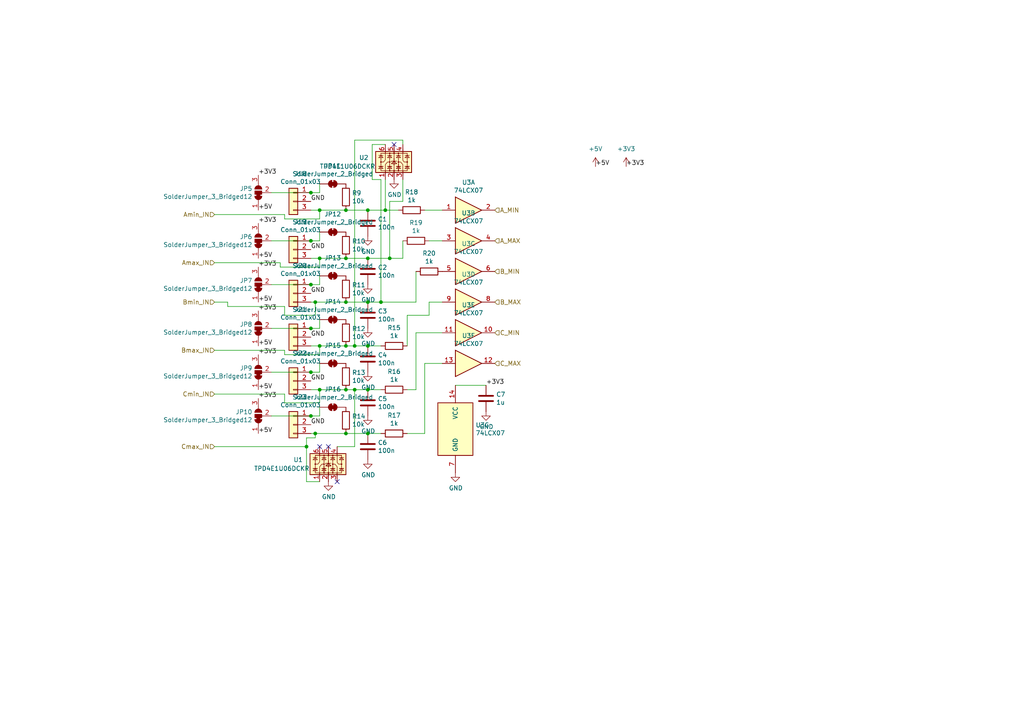
<source format=kicad_sch>
(kicad_sch (version 20231120) (generator "eeschema") (generator_version "8.0")
  (paper "A4")
  (lib_symbols
    (symbol "74xx:74LCX07" (pin_names (offset 1.016))
      (property "Reference" "U" (at 0 1.27 0))
      (property "Value" "74LCX07" (at 0 -1.27 0))
      (symbol "74LCX07_1_0"
        (polyline (pts (xy -3.81 3.81) (xy -3.81 -3.81) (xy 3.81 0) (xy -3.81 3.81)) (stroke (width 0.254)) (fill (type background)))
        (pin input line (at -7.62 0 0) (length 3.81) (name "~") (number "1"))
        (pin open_collector line (at 7.62 0 180) (length 3.81) (name "~") (number "2"))
      )
      (symbol "74LCX07_2_0"
        (polyline (pts (xy -3.81 3.81) (xy -3.81 -3.81) (xy 3.81 0) (xy -3.81 3.81)) (stroke (width 0.254)) (fill (type background)))
        (pin input line (at -7.62 0 0) (length 3.81) (name "~") (number "3"))
        (pin open_collector line (at 7.62 0 180) (length 3.81) (name "~") (number "4"))
      )
      (symbol "74LCX07_3_0"
        (polyline (pts (xy -3.81 3.81) (xy -3.81 -3.81) (xy 3.81 0) (xy -3.81 3.81)) (stroke (width 0.254)) (fill (type background)))
        (pin input line (at -7.62 0 0) (length 3.81) (name "~") (number "5"))
        (pin open_collector line (at 7.62 0 180) (length 3.81) (name "~") (number "6"))
      )
      (symbol "74LCX07_4_0"
        (polyline (pts (xy -3.81 3.81) (xy -3.81 -3.81) (xy 3.81 0) (xy -3.81 3.81)) (stroke (width 0.254)) (fill (type background)))
        (pin open_collector line (at 7.62 0 180) (length 3.81) (name "~") (number "8"))
        (pin input line (at -7.62 0 0) (length 3.81) (name "~") (number "9"))
      )
      (symbol "74LCX07_5_0"
        (polyline (pts (xy -3.81 3.81) (xy -3.81 -3.81) (xy 3.81 0) (xy -3.81 3.81)) (stroke (width 0.254)) (fill (type background)))
        (pin open_collector line (at 7.62 0 180) (length 3.81) (name "~") (number "10"))
        (pin input line (at -7.62 0 0) (length 3.81) (name "~") (number "11"))
      )
      (symbol "74LCX07_6_0"
        (polyline (pts (xy -3.81 3.81) (xy -3.81 -3.81) (xy 3.81 0) (xy -3.81 3.81)) (stroke (width 0.254)) (fill (type background)))
        (pin open_collector line (at 7.62 0 180) (length 3.81) (name "~") (number "12"))
        (pin input line (at -7.62 0 0) (length 3.81) (name "~") (number "13"))
      )
      (symbol "74LCX07_7_0"
        (pin power_in line (at 0 12.7 270) (length 5.08) (name "VCC") (number "14"))
        (pin power_in line (at 0 -12.7 90) (length 5.08) (name "GND") (number "7"))
      )
      (symbol "74LCX07_7_1"
        (rectangle (start -5.08 7.62) (end 5.08 -7.62) (stroke (width 0.254)) (fill (type background)))
      )
    )
    (symbol "Connector_Generic:Conn_01x03" (pin_names (offset 1.016) hide)
      (property "Reference" "J" (at 0 5.08 0))
      (property "Value" "Conn_01x03" (at 0 -5.08 0))
      (symbol "Conn_01x03_1_1"
        (rectangle (start -1.27 -2.413) (end 0 -2.667) (stroke (width 0.1524)))
        (rectangle (start -1.27 0.127) (end 0 -0.127) (stroke (width 0.1524)))
        (rectangle (start -1.27 2.667) (end 0 2.413) (stroke (width 0.1524)))
        (rectangle (start -1.27 3.81) (end 1.27 -3.81) (stroke (width 0.254)) (fill (type background)))
        (pin passive line (at -5.08 2.54 0) (length 3.81) (name "Pin_1") (number "1"))
        (pin passive line (at -5.08 0 0) (length 3.81) (name "Pin_2") (number "2"))
        (pin passive line (at -5.08 -2.54 0) (length 3.81) (name "Pin_3") (number "3"))
      )
    )
    (symbol "Device:C" (pin_numbers hide) (pin_names (offset 0.254))
      (property "Reference" "C" (at 0.635 2.54 0))
      (property "Value" "C" (at 0.635 -2.54 0))
      (symbol "C_0_1"
        (polyline (pts (xy -2.032 -0.762) (xy 2.032 -0.762)) (stroke (width 0.508)))
        (polyline (pts (xy -2.032 0.762) (xy 2.032 0.762)) (stroke (width 0.508)))
      )
      (symbol "C_1_1"
        (pin passive line (at 0 3.81 270) (length 2.794) (name "~") (number "1"))
        (pin passive line (at 0 -3.81 90) (length 2.794) (name "~") (number "2"))
      )
    )
    (symbol "Device:R" (pin_numbers hide) (pin_names (offset 0))
      (property "Reference" "R" (at 2.032 0 90))
      (property "Value" "R" (at 0 0 90))
      (symbol "R_0_1"
        (rectangle (start -1.016 -2.54) (end 1.016 2.54) (stroke (width 0.254)))
      )
      (symbol "R_1_1"
        (pin passive line (at 0 3.81 270) (length 1.27) (name "~") (number "1"))
        (pin passive line (at 0 -3.81 90) (length 1.27) (name "~") (number "2"))
      )
    )
    (symbol "Jumper:SolderJumper_2_Bridged" (pin_numbers hide) (pin_names (offset 0) hide) (exclude_from_sim yes) (in_bom no)
      (property "Reference" "JP" (at 0 2.032 0))
      (property "Value" "SolderJumper_2_Bridged" (at 0 -2.54 0))
      (symbol "SolderJumper_2_Bridged_0_1"
        (rectangle (start -0.508 0.508) (end 0.508 -0.508) (fill (type outline)))
        (arc (start -0.254 1.016) (mid -1.2656 0) (end -0.254 -1.016))
        (arc (start -0.254 1.016) (mid -1.2656 0) (end -0.254 -1.016) (fill (type outline)))
        (polyline (pts (xy -0.254 1.016) (xy -0.254 -1.016)))
        (polyline (pts (xy 0.254 1.016) (xy 0.254 -1.016)))
        (arc (start 0.254 -1.016) (mid 1.2656 0) (end 0.254 1.016))
        (arc (start 0.254 -1.016) (mid 1.2656 0) (end 0.254 1.016) (fill (type outline)))
      )
      (symbol "SolderJumper_2_Bridged_1_1"
        (pin passive line (at -3.81 0 0) (length 2.54) (name "A") (number "1"))
        (pin passive line (at 3.81 0 180) (length 2.54) (name "B") (number "2"))
      )
    )
    (symbol "Power_Protection:NUP4202"
      (property "Reference" "U" (at -6.985 -2.54 0))
      (property "Value" "NUP4202" (at 6.35 1.27 90))
      (symbol "NUP4202_0_1"
        (rectangle (start -5.334 3.048) (end 5.08 -3.048) (stroke (width 0.254)) (fill (type background)))
        (circle (center -3.81 0) (radius 0.127))
        (circle (center -3.81 0) (radius 0.127))
        (circle (center -1.27 -2.54) (radius 0.127))
        (circle (center -1.27 -2.54) (radius 0.127))
        (circle (center -1.27 0) (radius 0.127))
        (circle (center -1.27 0) (radius 0.127))
        (circle (center -1.27 2.54) (radius 0.127))
        (circle (center -1.27 2.54) (radius 0.127))
        (circle (center 0 -2.54) (radius 0.127))
        (circle (center 0 -2.54) (radius 0.127))
        (polyline (pts (xy -4.445 -1.27) (xy -3.175 -1.27)))
        (polyline (pts (xy -4.445 -1.27) (xy -3.175 -1.27)))
        (polyline (pts (xy -4.445 1.905) (xy -3.175 1.905)))
        (polyline (pts (xy -3.81 -2.54) (xy -3.81 -0.635)))
        (polyline (pts (xy -3.81 -2.54) (xy 3.81 -2.54)))
        (polyline (pts (xy -3.81 -0.635) (xy -3.81 0.635)))
        (polyline (pts (xy -3.81 0.635) (xy -3.81 2.54)))
        (polyline (pts (xy -3.81 2.54) (xy 3.81 2.54)))
        (polyline (pts (xy -3.81 2.54) (xy 3.81 2.54)))
        (polyline (pts (xy -1.905 -1.27) (xy -0.635 -1.27)))
        (polyline (pts (xy -1.905 -1.27) (xy -0.635 -1.27)))
        (polyline (pts (xy -1.905 1.905) (xy -0.635 1.905)))
        (polyline (pts (xy -1.27 -2.54) (xy -1.27 -0.635)))
        (polyline (pts (xy -1.27 -2.54) (xy -1.27 -0.635)))
        (polyline (pts (xy -1.27 0.635) (xy -1.27 -0.635)))
        (polyline (pts (xy -1.27 0.635) (xy -1.27 2.54)))
        (polyline (pts (xy 0 -0.889) (xy 0 -3.81)))
        (polyline (pts (xy 0 -0.889) (xy 0 1.016)))
        (polyline (pts (xy 0 -0.889) (xy 0 1.016)))
        (polyline (pts (xy 0 1.016) (xy 0 3.81)))
        (polyline (pts (xy 0.635 -1.27) (xy 1.905 -1.27)))
        (polyline (pts (xy 0.635 -1.27) (xy 1.905 -1.27)))
        (polyline (pts (xy 0.635 1.905) (xy 1.905 1.905)))
        (polyline (pts (xy 1.27 -2.54) (xy 1.27 -0.635)))
        (polyline (pts (xy 1.27 -2.54) (xy 1.27 -0.635)))
        (polyline (pts (xy 1.27 0.635) (xy 1.27 -0.635)))
        (polyline (pts (xy 1.27 0.635) (xy 1.27 2.54)))
        (polyline (pts (xy 3.175 -1.27) (xy 4.445 -1.27)))
        (polyline (pts (xy 3.175 -1.27) (xy 4.445 -1.27)))
        (polyline (pts (xy 3.175 1.905) (xy 4.445 1.905)))
        (polyline (pts (xy 3.81 -2.54) (xy 3.81 -0.635)))
        (polyline (pts (xy 3.81 0.635) (xy 3.81 -0.635)))
        (polyline (pts (xy 3.81 0.635) (xy 3.81 2.54)))
        (polyline (pts (xy 0.762 0.254) (xy -0.762 0.254) (xy -0.762 0)))
        (polyline (pts (xy -4.445 -1.905) (xy -3.175 -1.905) (xy -3.81 -1.27) (xy -4.445 -1.905)))
        (polyline (pts (xy -4.445 1.27) (xy -3.175 1.27) (xy -3.81 1.905) (xy -4.445 1.27)))
        (polyline (pts (xy -2.54 -3.81) (xy -2.54 -0.762) (xy -1.905 0) (xy -1.27 0)))
        (polyline (pts (xy -2.54 3.81) (xy -2.54 0.635) (xy -3.048 0) (xy -3.937 0)))
        (polyline (pts (xy -1.905 -1.905) (xy -0.635 -1.905) (xy -1.27 -1.27) (xy -1.905 -1.905)))
        (polyline (pts (xy -1.905 1.27) (xy -0.635 1.27) (xy -1.27 1.905) (xy -1.905 1.27)))
        (polyline (pts (xy -0.762 -0.508) (xy 0.762 -0.508) (xy 0 0.254) (xy -0.762 -0.508)))
        (polyline (pts (xy -0.762 -0.508) (xy 0.762 -0.508) (xy 0 0.254) (xy -0.762 -0.508)))
        (polyline (pts (xy 0.635 -1.905) (xy 1.905 -1.905) (xy 1.27 -1.27) (xy 0.635 -1.905)))
        (polyline (pts (xy 0.635 1.27) (xy 1.905 1.27) (xy 1.27 1.905) (xy 0.635 1.27)))
        (polyline (pts (xy 2.54 -3.81) (xy 2.54 -0.762) (xy 1.905 0) (xy 1.143 0)))
        (polyline (pts (xy 2.54 3.81) (xy 2.54 0.508) (xy 2.921 0) (xy 3.81 0)))
        (polyline (pts (xy 3.175 -1.905) (xy 4.445 -1.905) (xy 3.81 -1.27) (xy 3.175 -1.905)))
        (polyline (pts (xy 3.175 1.27) (xy 4.445 1.27) (xy 3.81 1.905) (xy 3.175 1.27)))
        (circle (center 0 2.54) (radius 0.127))
        (circle (center 0 2.54) (radius 0.127))
        (circle (center 1.27 -2.54) (radius 0.127))
        (circle (center 1.27 -2.54) (radius 0.127))
        (circle (center 1.27 0) (radius 0.127))
        (circle (center 1.27 0) (radius 0.127))
        (circle (center 1.27 2.54) (radius 0.127))
        (circle (center 1.27 2.54) (radius 0.127))
        (circle (center 3.81 0) (radius 0.127))
        (circle (center 3.81 0) (radius 0.127))
      )
      (symbol "NUP4202_1_1"
        (pin passive line (at -2.54 -5.08 90) (length 2.54) (name "~") (number "1"))
        (pin passive line (at 0 -5.08 90) (length 2.54) (name "~") (number "2"))
        (pin passive line (at 2.54 -5.08 90) (length 2.54) (name "~") (number "3"))
        (pin passive line (at 2.54 5.08 270) (length 2.54) (name "~") (number "4"))
        (pin passive line (at 0 5.08 270) (length 2.54) (name "~") (number "5"))
        (pin passive line (at -2.54 5.08 270) (length 2.54) (name "~") (number "6"))
      )
    )
    (symbol "power:+3V3" (power) (pin_numbers hide) (pin_names (offset 0) hide)
      (property "Value" "+3V3" (at 0 3.556 0))
      (symbol "+3V3_0_1"
        (polyline (pts (xy -0.762 1.27) (xy 0 2.54)))
        (polyline (pts (xy 0 0) (xy 0 2.54)))
        (polyline (pts (xy 0 2.54) (xy 0.762 1.27)))
      )
      (symbol "+3V3_1_1"
        (pin power_in line (at 0 0 90) (length 0) (name "~") (number "1"))
      )
    )
    (symbol "power:+5V" (power) (pin_numbers hide) (pin_names (offset 0) hide)
      (property "Value" "+5V" (at 0 3.556 0))
      (symbol "+5V_0_1"
        (polyline (pts (xy -0.762 1.27) (xy 0 2.54)))
        (polyline (pts (xy 0 0) (xy 0 2.54)))
        (polyline (pts (xy 0 2.54) (xy 0.762 1.27)))
      )
      (symbol "+5V_1_1"
        (pin power_in line (at 0 0 90) (length 0) (name "~") (number "1"))
      )
    )
    (symbol "smoothiev2-prime-rescue:GND-power" (power) (pin_names (offset 0))
      (property "Value" "power_GND" (at 0 -3.81 0))
      (symbol "GND-power_0_1"
        (polyline (pts (xy 0 0) (xy 0 -1.27) (xy 1.27 -1.27) (xy 0 -2.54) (xy -1.27 -1.27) (xy 0 -1.27)))
      )
      (symbol "GND-power_1_1"
        (pin power_in line (at 0 0 270) (length 0) hide (name "GND") (number "1"))
      )
    )
    (symbol "smoothiev2-prime-rescue:SolderJumper_3_Bridged12-Jumper" (pin_names (offset 0) hide)
      (property "Reference" "JP" (at -2.54 -2.54 0))
      (property "Value" "Jumper_SolderJumper_3_Bridged12" (at 0 2.794 0))
      (symbol "SolderJumper_3_Bridged12-Jumper_0_1"
        (rectangle (start -1.016 0.508) (end -0.508 -0.508) (fill (type outline)))
        (arc (start -1.016 1.016) (mid -2.032 0) (end -1.016 -1.016))
        (arc (start -1.016 1.016) (mid -2.032 0) (end -1.016 -1.016) (fill (type outline)))
        (rectangle (start -0.508 1.016) (end 0.508 -1.016) (fill (type outline)))
        (polyline (pts (xy -2.54 0) (xy -2.032 0)))
        (polyline (pts (xy -1.016 1.016) (xy -1.016 -1.016)))
        (polyline (pts (xy 0 -1.27) (xy 0 -1.016)))
        (polyline (pts (xy 1.016 1.016) (xy 1.016 -1.016)))
        (polyline (pts (xy 2.54 0) (xy 2.032 0)))
        (arc (start 1.016 -1.016) (mid 2.032 0) (end 1.016 1.016))
        (arc (start 1.016 -1.016) (mid 2.032 0) (end 1.016 1.016) (fill (type outline)))
      )
      (symbol "SolderJumper_3_Bridged12-Jumper_1_1"
        (pin passive line (at -5.08 0 0) (length 2.54) (name "A") (number "1"))
        (pin input line (at 0 -3.81 90) (length 2.54) (name "C") (number "2"))
        (pin passive line (at 5.08 0 180) (length 2.54) (name "B") (number "3"))
      )
    )
  )
  (junction (at 92.71 100.33))
  (junction (at 90.17 95.25))
  (junction (at 88.9 129.54))
  (junction (at 92.71 74.93))
  (junction (at 106.68 113.03))
  (junction (at 90.17 55.88))
  (junction (at 102.87 113.03))
  (junction (at 102.87 100.33))
  (junction (at 111.76 60.96))
  (junction (at 106.68 100.33))
  (junction (at 110.49 87.63))
  (junction (at 106.68 87.63))
  (junction (at 90.17 69.85))
  (junction (at 106.68 125.73))
  (junction (at 100.33 100.33))
  (junction (at 100.33 60.96))
  (junction (at 100.33 113.03))
  (junction (at 92.71 60.96))
  (junction (at 92.71 113.03))
  (junction (at 100.33 125.73))
  (junction (at 100.33 74.93))
  (junction (at 100.33 87.63))
  (junction (at 90.17 82.55))
  (junction (at 113.03 74.93))
  (junction (at 91.44 87.63))
  (junction (at 90.17 107.95))
  (junction (at 90.17 120.65))
  (junction (at 91.44 125.73))
  (junction (at 106.68 60.96))
  (junction (at 106.68 74.93))
  (no_connect (at 92.71 129.54))
  (no_connect (at 114.3 41.91))
  (no_connect (at 97.79 139.7))
  (no_connect (at 95.25 129.54))
  (wire (pts (xy 62.23 129.54) (xy 88.9 129.54)))
  (wire (pts (xy 92.71 139.7) (xy 88.9 139.7)))
  (wire (pts (xy 128.27 69.85) (xy 124.46 69.85)))
  (wire (pts (xy 78.74 120.65) (xy 90.17 120.65)))
  (wire (pts (xy 123.19 125.73) (xy 118.11 125.73)))
  (wire (pts (xy 88.9 139.7) (xy 88.9 129.54)))
  (wire (pts (xy 100.33 113.03) (xy 102.87 113.03)))
  (wire (pts (xy 82.55 102.87) (xy 92.71 102.87)))
  (wire (pts (xy 92.71 82.55) (xy 92.71 80.01)))
  (wire (pts (xy 90.17 100.33) (xy 92.71 100.33)))
  (wire (pts (xy 90.17 87.63) (xy 91.44 87.63)))
  (wire (pts (xy 90.17 120.65) (xy 92.71 120.65)))
  (wire (pts (xy 82.55 114.3) (xy 82.55 116.84)))
  (wire (pts (xy 62.23 114.3) (xy 82.55 114.3)))
  (wire (pts (xy 106.68 74.93) (xy 113.03 74.93)))
  (wire (pts (xy 123.19 105.41) (xy 123.19 125.73)))
  (wire (pts (xy 82.55 91.44) (xy 91.44 91.44)))
  (wire (pts (xy 92.71 53.34) (xy 92.71 55.88)))
  (wire (pts (xy 120.65 78.74) (xy 120.65 87.63)))
  (wire (pts (xy 106.68 100.33) (xy 110.49 100.33)))
  (wire (pts (xy 106.68 60.96) (xy 111.76 60.96)))
  (wire (pts (xy 92.71 55.88) (xy 90.17 55.88)))
  (wire (pts (xy 66.04 87.63) (xy 66.04 88.9)))
  (wire (pts (xy 128.27 96.52) (xy 120.65 96.52)))
  (wire (pts (xy 92.71 100.33) (xy 92.71 102.87)))
  (wire (pts (xy 100.33 74.93) (xy 106.68 74.93)))
  (wire (pts (xy 106.68 87.63) (xy 110.49 87.63)))
  (wire (pts (xy 62.23 101.6) (xy 82.55 101.6)))
  (wire (pts (xy 110.49 52.07) (xy 107.95 52.07)))
  (wire (pts (xy 90.17 74.93) (xy 92.71 74.93)))
  (wire (pts (xy 66.04 88.9) (xy 82.55 88.9)))
  (wire (pts (xy 102.87 113.03) (xy 106.68 113.03)))
  (wire (pts (xy 90.17 95.25) (xy 92.71 95.25)))
  (wire (pts (xy 92.71 120.65) (xy 92.71 118.11)))
  (wire (pts (xy 90.17 69.85) (xy 92.71 69.85)))
  (wire (pts (xy 100.33 125.73) (xy 106.68 125.73)))
  (wire (pts (xy 78.74 95.25) (xy 90.17 95.25)))
  (wire (pts (xy 91.44 127) (xy 91.44 125.73)))
  (wire (pts (xy 92.71 63.5) (xy 92.71 60.96)))
  (wire (pts (xy 92.71 95.25) (xy 92.71 92.71)))
  (wire (pts (xy 82.55 63.5) (xy 92.71 63.5)))
  (wire (pts (xy 120.65 96.52) (xy 120.65 113.03)))
  (wire (pts (xy 124.46 87.63) (xy 128.27 87.63)))
  (wire (pts (xy 107.95 52.07) (xy 107.95 41.91)))
  (wire (pts (xy 107.95 41.91) (xy 111.76 41.91)))
  (wire (pts (xy 128.27 105.41) (xy 123.19 105.41)))
  (wire (pts (xy 116.84 52.07) (xy 116.84 58.42)))
  (wire (pts (xy 124.46 91.44) (xy 124.46 87.63)))
  (wire (pts (xy 90.17 82.55) (xy 92.71 82.55)))
  (wire (pts (xy 91.44 125.73) (xy 100.33 125.73)))
  (wire (pts (xy 100.33 100.33) (xy 102.87 100.33)))
  (wire (pts (xy 82.55 88.9) (xy 82.55 91.44)))
  (wire (pts (xy 91.44 91.44) (xy 91.44 87.63)))
  (wire (pts (xy 90.17 60.96) (xy 92.71 60.96)))
  (wire (pts (xy 116.84 69.85) (xy 116.84 74.93)))
  (wire (pts (xy 102.87 100.33) (xy 106.68 100.33)))
  (wire (pts (xy 62.23 62.23) (xy 82.55 62.23)))
  (wire (pts (xy 116.84 58.42) (xy 113.03 58.42)))
  (wire (pts (xy 90.17 125.73) (xy 91.44 125.73)))
  (wire (pts (xy 90.17 113.03) (xy 92.71 113.03)))
  (wire (pts (xy 97.79 129.54) (xy 102.87 129.54)))
  (wire (pts (xy 92.71 74.93) (xy 92.71 77.47)))
  (wire (pts (xy 78.74 69.85) (xy 90.17 69.85)))
  (wire (pts (xy 123.19 60.96) (xy 128.27 60.96)))
  (wire (pts (xy 90.17 107.95) (xy 92.71 107.95)))
  (wire (pts (xy 92.71 107.95) (xy 92.71 105.41)))
  (wire (pts (xy 100.33 60.96) (xy 106.68 60.96)))
  (wire (pts (xy 102.87 40.64) (xy 102.87 100.33)))
  (wire (pts (xy 92.71 116.84) (xy 92.71 113.03)))
  (wire (pts (xy 92.71 60.96) (xy 100.33 60.96)))
  (wire (pts (xy 62.23 76.2) (xy 81.28 76.2)))
  (wire (pts (xy 78.74 55.88) (xy 90.17 55.88)))
  (wire (pts (xy 102.87 129.54) (xy 102.87 113.03)))
  (wire (pts (xy 81.28 76.2) (xy 81.28 77.47)))
  (wire (pts (xy 92.71 69.85) (xy 92.71 67.31)))
  (wire (pts (xy 111.76 52.07) (xy 111.76 60.96)))
  (wire (pts (xy 100.33 87.63) (xy 106.68 87.63)))
  (wire (pts (xy 116.84 41.91) (xy 116.84 40.64)))
  (wire (pts (xy 116.84 40.64) (xy 102.87 40.64)))
  (wire (pts (xy 92.71 100.33) (xy 100.33 100.33)))
  (wire (pts (xy 92.71 74.93) (xy 100.33 74.93)))
  (wire (pts (xy 82.55 116.84) (xy 92.71 116.84)))
  (wire (pts (xy 110.49 87.63) (xy 110.49 52.07)))
  (wire (pts (xy 118.11 91.44) (xy 124.46 91.44)))
  (wire (pts (xy 81.28 77.47) (xy 92.71 77.47)))
  (wire (pts (xy 118.11 100.33) (xy 118.11 91.44)))
  (wire (pts (xy 78.74 107.95) (xy 90.17 107.95)))
  (wire (pts (xy 62.23 87.63) (xy 66.04 87.63)))
  (wire (pts (xy 88.9 127) (xy 91.44 127)))
  (wire (pts (xy 140.97 111.76) (xy 132.08 111.76)))
  (wire (pts (xy 106.68 125.73) (xy 110.49 125.73)))
  (wire (pts (xy 91.44 87.63) (xy 100.33 87.63)))
  (wire (pts (xy 113.03 74.93) (xy 116.84 74.93)))
  (wire (pts (xy 110.49 87.63) (xy 120.65 87.63)))
  (wire (pts (xy 92.71 113.03) (xy 100.33 113.03)))
  (wire (pts (xy 78.74 82.55) (xy 90.17 82.55)))
  (wire (pts (xy 82.55 101.6) (xy 82.55 102.87)))
  (wire (pts (xy 120.65 113.03) (xy 118.11 113.03)))
  (wire (pts (xy 88.9 129.54) (xy 88.9 127)))
  (wire (pts (xy 113.03 58.42) (xy 113.03 74.93)))
  (wire (pts (xy 111.76 60.96) (xy 115.57 60.96)))
  (wire (pts (xy 82.55 62.23) (xy 82.55 63.5)))
  (wire (pts (xy 106.68 113.03) (xy 110.49 113.03)))
  (label "+5V" (at 74.93 125.73 0))
  (label "+3V3" (at 74.93 64.77 0))
  (label "+3V3" (at 74.93 115.57 0))
  (label "+3V3" (at 140.97 111.76 0))
  (label "+3V3" (at 74.93 77.47 0))
  (label "+3V3" (at 74.93 102.87 0))
  (label "GND" (at 90.17 110.49 0))
  (label "+3V3" (at 74.93 90.17 0))
  (label "+5V" (at 74.93 60.96 0))
  (label "GND" (at 90.17 58.42 0))
  (label "+5V" (at 172.72 48.26 0))
  (label "GND" (at 90.17 72.39 0))
  (label "+5V" (at 74.93 87.63 0))
  (label "+3V3" (at 74.93 50.8 0))
  (label "GND" (at 90.17 97.79 0))
  (label "GND" (at 90.17 123.19 0))
  (label "+3V3" (at 181.61 48.26 0))
  (label "GND" (at 90.17 85.09 0))
  (label "+5V" (at 74.93 113.03 0))
  (label "+5V" (at 74.93 100.33 0))
  (label "+5V" (at 74.93 74.93 0))
  (hierarchical_label "Cmax_IN" (shape input) (at 62.23 129.54 180))
  (hierarchical_label "Cmin_IN" (shape input) (at 62.23 114.3 180))
  (hierarchical_label "A_MAX" (shape input) (at 143.51 69.85 0))
  (hierarchical_label "A_MIN" (shape input) (at 143.51 60.96 0))
  (hierarchical_label "Bmin_IN" (shape input) (at 62.23 87.63 180))
  (hierarchical_label "C_MIN" (shape input) (at 143.51 96.52 0))
  (hierarchical_label "C_MAX" (shape input) (at 143.51 105.41 0))
  (hierarchical_label "B_MIN" (shape input) (at 143.51 78.74 0))
  (hierarchical_label "B_MAX" (shape input) (at 143.51 87.63 0))
  (hierarchical_label "Bmax_IN" (shape input) (at 62.23 101.6 180))
  (hierarchical_label "Amax_IN" (shape input) (at 62.23 76.2 180))
  (hierarchical_label "Amin_IN" (shape input) (at 62.23 62.23 180))
  (symbol (lib_id "Connector_Generic:Conn_01x03") (at 85.09 72.39 0) (mirror y) (unit 1)
    (property "Reference" "J19" (at 87.1728 64.3382 0))
    (property "Value" "Conn_01x03" (at 87.1728 66.6496 0))
    (property "Footprint" "Connector_Molex:Molex_KK-254_AE-6410-03A_1x03_P2.54mm_Vertical" (effects (hide yes)))
  )
  (symbol (lib_id "Power_Protection:NUP4202") (at 114.3 46.99 0) (unit 1)
    (property "Reference" "U2" (at 104.14 45.72 0) (effects (justify left)))
    (property "Value" "TPD4E1U06DCKR" (at 92.71 48.26 0) (effects (justify left)))
    (property "Footprint" "Package_TO_SOT_SMD:SOT-363_SC-70-6" (effects (hide yes)))
    (property "Datasheet" "http://www.onsemi.com/pub_link/Collateral/NUP4202W1-D.PDF" (effects (hide yes)))
  )
  (symbol (lib_id "smoothiev2-prime-rescue:GND-power") (at 106.68 107.95 0) (unit 1)
    (property "Reference" "#PWR106" (effects (hide yes)))
    (property "Value" "GND" (at 106.807 112.3442 0))
  )
  (symbol (lib_id "74xx:74LCX07") (at 135.89 78.74 0) (unit 3)
    (property "Reference" "U3" (at 135.89 70.6882 0))
    (property "Value" "74LCX07" (at 135.89 72.9996 0))
    (property "Footprint" "Package_SO:TSSOP-14_4.4x5mm_P0.65mm" (effects (hide yes)))
    (property "Datasheet" "www.st.com/resource/en/datasheet/74lcx07.pdf" (effects (hide yes)))
  )
  (symbol (lib_id "Device:R") (at 100.33 96.52 0) (unit 1)
    (property "Reference" "R12" (at 102.108 95.3516 0) (effects (justify left)))
    (property "Value" "10k" (at 102.108 97.663 0) (effects (justify left)))
    (property "Footprint" "Resistor_SMD:R_0402_1005Metric" (effects (hide yes)))
  )
  (symbol (lib_id "smoothiev2-prime-rescue:GND-power") (at 106.68 82.55 0) (unit 1)
    (property "Reference" "#PWR104" (effects (hide yes)))
    (property "Value" "GND" (at 106.807 86.9442 0))
  )
  (symbol (lib_id "Device:C") (at 106.68 64.77 0) (unit 1)
    (property "Reference" "C1" (at 109.601 63.6016 0) (effects (justify left)))
    (property "Value" "100n" (at 109.601 65.913 0) (effects (justify left)))
    (property "Footprint" "Capacitor_SMD:C_0402_1005Metric" (effects (hide yes)))
  )
  (symbol (lib_id "smoothiev2-prime-rescue:SolderJumper_3_Bridged12-Jumper") (at 74.93 82.55 90) (unit 1)
    (property "Reference" "JP7" (at 73.2028 81.3816 90) (effects (justify left)))
    (property "Value" "SolderJumper_3_Bridged12" (at 73.2028 83.693 90) (effects (justify left)))
    (property "Footprint" "Jumper:SolderJumper-3_P1.3mm_Bridged12_RoundedPad1.0x1.5mm" (effects (hide yes)))
  )
  (symbol (lib_id "Device:R") (at 100.33 83.82 0) (unit 1)
    (property "Reference" "R11" (at 102.108 82.6516 0) (effects (justify left)))
    (property "Value" "10k" (at 102.108 84.963 0) (effects (justify left)))
    (property "Footprint" "Resistor_SMD:R_0402_1005Metric" (effects (hide yes)))
  )
  (symbol (lib_id "74xx:74LCX07") (at 135.89 69.85 0) (unit 2)
    (property "Reference" "U3" (at 135.89 61.7982 0))
    (property "Value" "74LCX07" (at 135.89 64.1096 0))
    (property "Footprint" "Package_SO:TSSOP-14_4.4x5mm_P0.65mm" (effects (hide yes)))
    (property "Datasheet" "www.st.com/resource/en/datasheet/74lcx07.pdf" (effects (hide yes)))
  )
  (symbol (lib_id "Device:R") (at 100.33 109.22 0) (unit 1)
    (property "Reference" "R13" (at 102.108 108.0516 0) (effects (justify left)))
    (property "Value" "10k" (at 102.108 110.363 0) (effects (justify left)))
    (property "Footprint" "Resistor_SMD:R_0402_1005Metric" (effects (hide yes)))
  )
  (symbol (lib_id "smoothiev2-prime-rescue:GND-power") (at 132.08 137.16 0) (unit 1)
    (property "Reference" "#PWR110" (effects (hide yes)))
    (property "Value" "GND" (at 132.207 141.5542 0))
  )
  (symbol (lib_id "Connector_Generic:Conn_01x03") (at 85.09 85.09 0) (mirror y) (unit 1)
    (property "Reference" "J20" (at 87.1728 77.0382 0))
    (property "Value" "Conn_01x03" (at 87.1728 79.3496 0))
    (property "Footprint" "Connector_Molex:Molex_KK-254_AE-6410-03A_1x03_P2.54mm_Vertical" (effects (hide yes)))
  )
  (symbol (lib_id "smoothiev2-prime-rescue:GND-power") (at 140.97 119.38 0) (unit 1)
    (property "Reference" "#PWR111" (effects (hide yes)))
    (property "Value" "GND" (at 141.097 123.7742 0))
  )
  (symbol (lib_id "Device:C") (at 106.68 104.14 0) (unit 1)
    (property "Reference" "C4" (at 109.601 102.9716 0) (effects (justify left)))
    (property "Value" "100n" (at 109.601 105.283 0) (effects (justify left)))
    (property "Footprint" "Capacitor_SMD:C_0402_1005Metric" (effects (hide yes)))
  )
  (symbol (lib_id "Connector_Generic:Conn_01x03") (at 85.09 97.79 0) (mirror y) (unit 1)
    (property "Reference" "J21" (at 87.1728 89.7382 0))
    (property "Value" "Conn_01x03" (at 87.1728 92.0496 0))
    (property "Footprint" "Connector_Molex:Molex_KK-254_AE-6410-03A_1x03_P2.54mm_Vertical" (effects (hide yes)))
  )
  (symbol (lib_id "smoothiev2-prime-rescue:GND-power") (at 106.68 120.65 0) (unit 1)
    (property "Reference" "#PWR107" (effects (hide yes)))
    (property "Value" "GND" (at 106.807 125.0442 0))
  )
  (symbol (lib_id "Device:R") (at 120.65 69.85 270) (unit 1)
    (property "Reference" "R19" (at 120.65 64.5922 90))
    (property "Value" "1k" (at 120.65 66.9036 90))
    (property "Footprint" "Resistor_SMD:R_0402_1005Metric" (effects (hide yes)))
  )
  (symbol (lib_id "74xx:74LCX07") (at 135.89 105.41 0) (unit 6)
    (property "Reference" "U3" (at 135.89 97.3582 0))
    (property "Value" "74LCX07" (at 135.89 99.6696 0))
    (property "Footprint" "Package_SO:TSSOP-14_4.4x5mm_P0.65mm" (effects (hide yes)))
    (property "Datasheet" "www.st.com/resource/en/datasheet/74lcx07.pdf" (effects (hide yes)))
  )
  (symbol (lib_id "smoothiev2-prime-rescue:SolderJumper_3_Bridged12-Jumper") (at 74.93 55.88 90) (unit 1)
    (property "Reference" "JP5" (at 73.2028 54.7116 90) (effects (justify left)))
    (property "Value" "SolderJumper_3_Bridged12" (at 73.2028 57.023 90) (effects (justify left)))
    (property "Footprint" "Jumper:SolderJumper-3_P1.3mm_Bridged12_RoundedPad1.0x1.5mm" (effects (hide yes)))
  )
  (symbol (lib_id "Device:R") (at 100.33 71.12 0) (unit 1)
    (property "Reference" "R10" (at 102.108 69.9516 0) (effects (justify left)))
    (property "Value" "10k" (at 102.108 72.263 0) (effects (justify left)))
    (property "Footprint" "Resistor_SMD:R_0402_1005Metric" (effects (hide yes)))
  )
  (symbol (lib_id "Device:R") (at 114.3 125.73 270) (unit 1)
    (property "Reference" "R17" (at 114.3 120.4722 90))
    (property "Value" "1k" (at 114.3 122.7836 90))
    (property "Footprint" "Resistor_SMD:R_0402_1005Metric" (effects (hide yes)))
  )
  (symbol (lib_id "Jumper:SolderJumper_2_Bridged") (at 96.52 118.11 0) (unit 1)
    (property "Reference" "JP16" (at 96.52 112.903 0))
    (property "Value" "SolderJumper_2_Bridged" (at 96.52 115.2144 0))
    (property "Footprint" "Jumper:SolderJumper-2_P1.3mm_Bridged2Bar_RoundedPad1.0x1.5mm" (effects (hide yes)))
  )
  (symbol (lib_id "Device:R") (at 114.3 113.03 270) (unit 1)
    (property "Reference" "R16" (at 114.3 107.7722 90))
    (property "Value" "1k" (at 114.3 110.0836 90))
    (property "Footprint" "Resistor_SMD:R_0402_1005Metric" (effects (hide yes)))
  )
  (symbol (lib_id "smoothiev2-prime-rescue:GND-power") (at 114.3 52.07 0) (unit 1)
    (property "Reference" "#PWR109" (effects (hide yes)))
    (property "Value" "GND" (at 114.427 56.4642 0))
  )
  (symbol (lib_id "74xx:74LCX07") (at 135.89 87.63 0) (unit 4)
    (property "Reference" "U3" (at 135.89 79.5782 0))
    (property "Value" "74LCX07" (at 135.89 81.8896 0))
    (property "Footprint" "Package_SO:TSSOP-14_4.4x5mm_P0.65mm" (effects (hide yes)))
    (property "Datasheet" "www.st.com/resource/en/datasheet/74lcx07.pdf" (effects (hide yes)))
  )
  (symbol (lib_id "smoothiev2-prime-rescue:GND-power") (at 106.68 68.58 0) (unit 1)
    (property "Reference" "#PWR103" (effects (hide yes)))
    (property "Value" "GND" (at 106.807 72.9742 0))
  )
  (symbol (lib_id "smoothiev2-prime-rescue:SolderJumper_3_Bridged12-Jumper") (at 74.93 95.25 90) (unit 1)
    (property "Reference" "JP8" (at 73.2028 94.0816 90) (effects (justify left)))
    (property "Value" "SolderJumper_3_Bridged12" (at 73.2028 96.393 90) (effects (justify left)))
    (property "Footprint" "Jumper:SolderJumper-3_P1.3mm_Bridged12_RoundedPad1.0x1.5mm" (effects (hide yes)))
  )
  (symbol (lib_id "Device:R") (at 119.38 60.96 270) (unit 1)
    (property "Reference" "R18" (at 119.38 55.7022 90))
    (property "Value" "1k" (at 119.38 58.0136 90))
    (property "Footprint" "Resistor_SMD:R_0402_1005Metric" (effects (hide yes)))
  )
  (symbol (lib_id "Power_Protection:NUP4202") (at 95.25 134.62 0) (unit 1)
    (property "Reference" "U1" (at 85.09 133.35 0) (effects (justify left)))
    (property "Value" "TPD4E1U06DCKR" (at 73.66 135.89 0) (effects (justify left)))
    (property "Footprint" "Package_TO_SOT_SMD:SOT-363_SC-70-6" (effects (hide yes)))
    (property "Datasheet" "http://www.onsemi.com/pub_link/Collateral/NUP4202W1-D.PDF" (effects (hide yes)))
  )
  (symbol (lib_id "Device:C") (at 106.68 91.44 0) (unit 1)
    (property "Reference" "C3" (at 109.601 90.2716 0) (effects (justify left)))
    (property "Value" "100n" (at 109.601 92.583 0) (effects (justify left)))
    (property "Footprint" "Capacitor_SMD:C_0402_1005Metric" (effects (hide yes)))
  )
  (symbol (lib_id "Jumper:SolderJumper_2_Bridged") (at 96.52 67.31 0) (unit 1)
    (property "Reference" "JP12" (at 96.52 62.103 0))
    (property "Value" "SolderJumper_2_Bridged" (at 96.52 64.4144 0))
    (property "Footprint" "Jumper:SolderJumper-2_P1.3mm_Bridged2Bar_RoundedPad1.0x1.5mm" (effects (hide yes)))
  )
  (symbol (lib_id "smoothiev2-prime-rescue:GND-power") (at 95.25 139.7 0) (unit 1)
    (property "Reference" "#PWR102" (effects (hide yes)))
    (property "Value" "GND" (at 95.377 144.0942 0))
  )
  (symbol (lib_id "power:+3V3") (at 181.61 48.26 0) (unit 1)
    (property "Reference" "#PWR113" (effects (hide yes)))
    (property "Value" "+3V3" (at 181.61 43.18 0))
    (property "Description" "Power symbol creates a global label with name \"+3V3\"" (effects (hide yes)))
  )
  (symbol (lib_id "Device:R") (at 100.33 57.15 0) (unit 1)
    (property "Reference" "R9" (at 102.108 55.9816 0) (effects (justify left)))
    (property "Value" "10k" (at 102.108 58.293 0) (effects (justify left)))
    (property "Footprint" "Resistor_SMD:R_0402_1005Metric" (effects (hide yes)))
  )
  (symbol (lib_id "Jumper:SolderJumper_2_Bridged") (at 96.52 80.01 0) (unit 1)
    (property "Reference" "JP13" (at 96.52 74.803 0))
    (property "Value" "SolderJumper_2_Bridged" (at 96.52 77.1144 0))
    (property "Footprint" "Jumper:SolderJumper-2_P1.3mm_Bridged2Bar_RoundedPad1.0x1.5mm" (effects (hide yes)))
  )
  (symbol (lib_id "smoothiev2-prime-rescue:SolderJumper_3_Bridged12-Jumper") (at 74.93 69.85 90) (unit 1)
    (property "Reference" "JP6" (at 73.2028 68.6816 90) (effects (justify left)))
    (property "Value" "SolderJumper_3_Bridged12" (at 73.2028 70.993 90) (effects (justify left)))
    (property "Footprint" "Jumper:SolderJumper-3_P1.3mm_Bridged12_RoundedPad1.0x1.5mm" (effects (hide yes)))
  )
  (symbol (lib_id "smoothiev2-prime-rescue:GND-power") (at 106.68 133.35 0) (unit 1)
    (property "Reference" "#PWR108" (effects (hide yes)))
    (property "Value" "GND" (at 106.807 137.7442 0))
  )
  (symbol (lib_id "Connector_Generic:Conn_01x03") (at 85.09 110.49 0) (mirror y) (unit 1)
    (property "Reference" "J22" (at 87.1728 102.4382 0))
    (property "Value" "Conn_01x03" (at 87.1728 104.7496 0))
    (property "Footprint" "Connector_Molex:Molex_KK-254_AE-6410-03A_1x03_P2.54mm_Vertical" (effects (hide yes)))
  )
  (symbol (lib_id "smoothiev2-prime-rescue:SolderJumper_3_Bridged12-Jumper") (at 74.93 120.65 90) (unit 1)
    (property "Reference" "JP10" (at 73.2028 119.4816 90) (effects (justify left)))
    (property "Value" "SolderJumper_3_Bridged12" (at 73.2028 121.793 90) (effects (justify left)))
    (property "Footprint" "Jumper:SolderJumper-3_P1.3mm_Bridged12_RoundedPad1.0x1.5mm" (effects (hide yes)))
  )
  (symbol (lib_id "Device:C") (at 106.68 129.54 0) (unit 1)
    (property "Reference" "C6" (at 109.601 128.3716 0) (effects (justify left)))
    (property "Value" "100n" (at 109.601 130.683 0) (effects (justify left)))
    (property "Footprint" "Capacitor_SMD:C_0402_1005Metric" (effects (hide yes)))
  )
  (symbol (lib_id "Device:R") (at 100.33 121.92 0) (unit 1)
    (property "Reference" "R14" (at 102.108 120.7516 0) (effects (justify left)))
    (property "Value" "10k" (at 102.108 123.063 0) (effects (justify left)))
    (property "Footprint" "Resistor_SMD:R_0402_1005Metric" (effects (hide yes)))
  )
  (symbol (lib_id "74xx:74LCX07") (at 135.89 96.52 0) (unit 5)
    (property "Reference" "U3" (at 135.89 88.4682 0))
    (property "Value" "74LCX07" (at 135.89 90.7796 0))
    (property "Footprint" "Package_SO:TSSOP-14_4.4x5mm_P0.65mm" (effects (hide yes)))
    (property "Datasheet" "www.st.com/resource/en/datasheet/74lcx07.pdf" (effects (hide yes)))
  )
  (symbol (lib_id "Jumper:SolderJumper_2_Bridged") (at 96.52 92.71 0) (unit 1)
    (property "Reference" "JP14" (at 96.52 87.503 0))
    (property "Value" "SolderJumper_2_Bridged" (at 96.52 89.8144 0))
    (property "Footprint" "Jumper:SolderJumper-2_P1.3mm_Bridged2Bar_RoundedPad1.0x1.5mm" (effects (hide yes)))
  )
  (symbol (lib_id "smoothiev2-prime-rescue:SolderJumper_3_Bridged12-Jumper") (at 74.93 107.95 90) (unit 1)
    (property "Reference" "JP9" (at 73.2028 106.7816 90) (effects (justify left)))
    (property "Value" "SolderJumper_3_Bridged12" (at 73.2028 109.093 90) (effects (justify left)))
    (property "Footprint" "Jumper:SolderJumper-3_P1.3mm_Bridged12_RoundedPad1.0x1.5mm" (effects (hide yes)))
  )
  (symbol (lib_id "74xx:74LCX07") (at 135.89 60.96 0) (unit 1)
    (property "Reference" "U3" (at 135.89 52.9082 0))
    (property "Value" "74LCX07" (at 135.89 55.2196 0))
    (property "Footprint" "Package_SO:TSSOP-14_4.4x5mm_P0.65mm" (effects (hide yes)))
    (property "Datasheet" "www.st.com/resource/en/datasheet/74lcx07.pdf" (effects (hide yes)))
  )
  (symbol (lib_id "74xx:74LCX07") (at 132.08 124.46 0) (unit 7)
    (property "Reference" "U3" (at 137.922 123.2916 0) (effects (justify left)))
    (property "Value" "74LCX07" (at 137.922 125.603 0) (effects (justify left)))
    (property "Footprint" "Package_SO:TSSOP-14_4.4x5mm_P0.65mm" (effects (hide yes)))
    (property "Datasheet" "www.st.com/resource/en/datasheet/74lcx07.pdf" (effects (hide yes)))
  )
  (symbol (lib_id "smoothiev2-prime-rescue:GND-power") (at 106.68 95.25 0) (unit 1)
    (property "Reference" "#PWR105" (effects (hide yes)))
    (property "Value" "GND" (at 106.807 99.6442 0))
  )
  (symbol (lib_id "Device:C") (at 140.97 115.57 0) (unit 1)
    (property "Reference" "C7" (at 143.891 114.4016 0) (effects (justify left)))
    (property "Value" "1u" (at 143.891 116.713 0) (effects (justify left)))
    (property "Footprint" "Capacitor_SMD:C_0402_1005Metric" (effects (hide yes)))
  )
  (symbol (lib_id "power:+5V") (at 172.72 48.26 0) (unit 1)
    (property "Reference" "#PWR112" (effects (hide yes)))
    (property "Value" "+5V" (at 172.72 43.18 0))
    (property "Description" "Power symbol creates a global label with name \"+5V\"" (effects (hide yes)))
  )
  (symbol (lib_id "Jumper:SolderJumper_2_Bridged") (at 96.52 53.34 0) (unit 1)
    (property "Reference" "JP11" (at 96.52 48.133 0))
    (property "Value" "SolderJumper_2_Bridged" (at 96.52 50.4444 0))
    (property "Footprint" "Jumper:SolderJumper-2_P1.3mm_Bridged2Bar_RoundedPad1.0x1.5mm" (effects (hide yes)))
  )
  (symbol (lib_id "Device:C") (at 106.68 116.84 0) (unit 1)
    (property "Reference" "C5" (at 109.601 115.6716 0) (effects (justify left)))
    (property "Value" "100n" (at 109.601 117.983 0) (effects (justify left)))
    (property "Footprint" "Capacitor_SMD:C_0402_1005Metric" (effects (hide yes)))
  )
  (symbol (lib_id "Device:C") (at 106.68 78.74 0) (unit 1)
    (property "Reference" "C2" (at 109.601 77.5716 0) (effects (justify left)))
    (property "Value" "100n" (at 109.601 79.883 0) (effects (justify left)))
    (property "Footprint" "Capacitor_SMD:C_0402_1005Metric" (effects (hide yes)))
  )
  (symbol (lib_id "Device:R") (at 124.46 78.74 270) (unit 1)
    (property "Reference" "R20" (at 124.46 73.4822 90))
    (property "Value" "1k" (at 124.46 75.7936 90))
    (property "Footprint" "Resistor_SMD:R_0402_1005Metric" (effects (hide yes)))
  )
  (symbol (lib_id "Jumper:SolderJumper_2_Bridged") (at 96.52 105.41 0) (unit 1)
    (property "Reference" "JP15" (at 96.52 100.203 0))
    (property "Value" "SolderJumper_2_Bridged" (at 96.52 102.5144 0))
    (property "Footprint" "Jumper:SolderJumper-2_P1.3mm_Bridged2Bar_RoundedPad1.0x1.5mm" (effects (hide yes)))
  )
  (symbol (lib_id "Connector_Generic:Conn_01x03") (at 85.09 58.42 0) (mirror y) (unit 1)
    (property "Reference" "J18" (at 87.1728 50.3682 0))
    (property "Value" "Conn_01x03" (at 87.1728 52.6796 0))
    (property "Footprint" "Connector_Molex:Molex_KK-254_AE-6410-03A_1x03_P2.54mm_Vertical" (effects (hide yes)))
  )
  (symbol (lib_id "Connector_Generic:Conn_01x03") (at 85.09 123.19 0) (mirror y) (unit 1)
    (property "Reference" "J23" (at 87.1728 115.1382 0))
    (property "Value" "Conn_01x03" (at 87.1728 117.4496 0))
    (property "Footprint" "Connector_Molex:Molex_KK-254_AE-6410-03A_1x03_P2.54mm_Vertical" (effects (hide yes)))
  )
  (symbol (lib_id "Device:R") (at 114.3 100.33 270) (unit 1)
    (property "Reference" "R15" (at 114.3 95.0722 90))
    (property "Value" "1k" (at 114.3 97.3836 90))
    (property "Footprint" "Resistor_SMD:R_0402_1005Metric" (effects (hide yes)))
  )
)
</source>
